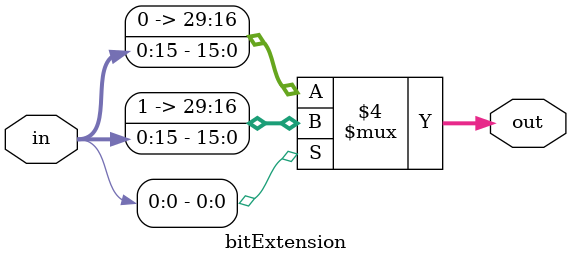
<source format=v>
module bitExtension(in,out);
        input [0:15] in;
        output reg [0:29] out;
        always@(in) begin
             if (in[0]==1) begin
                  out = {14'b11111111111111,in};
             end else begin
                  out = in;
             end
        end
endmodule


</source>
